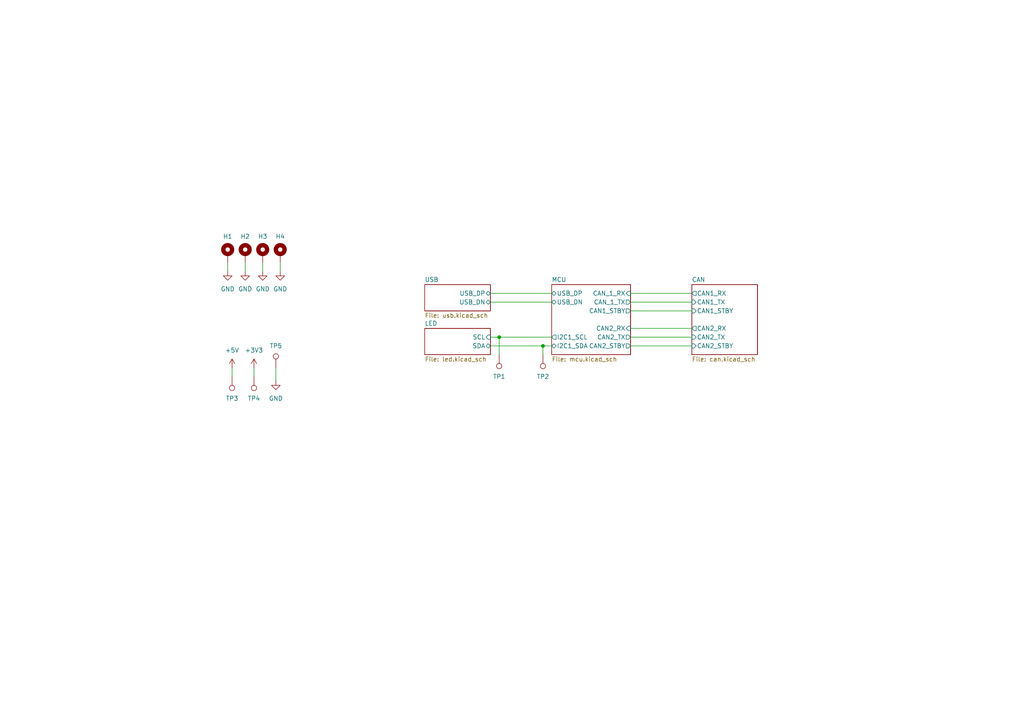
<source format=kicad_sch>
(kicad_sch (version 20231120) (generator "eeschema") (generator_version "8.0")
  (paper "A4")
  (title_block (title "CAN FD Interface") (date "2024-07-07") (rev "v1.0") (company "Spark Engineering"))
  (lib_symbols
    (symbol "Connector:TestPoint" (pin_numbers hide) (pin_names (offset 0.762) hide)
      (property "Reference" "TP" (at 0 6.858 0))
      (property "Value" "TestPoint" (at 0 5.08 0))
      (symbol "TestPoint_0_1"
        (circle (center 0 3.302) (radius 0.762))
      )
      (symbol "TestPoint_1_1"
        (pin passive line (at 0 0 90) (length 2.54) (name "1") (number "1"))
      )
    )
    (symbol "Mechanical:MountingHole_Pad" (pin_numbers hide) (pin_names (offset 1.016) hide) (exclude_from_sim yes) (in_bom no)
      (property "Reference" "H" (at 0 6.35 0))
      (property "Value" "MountingHole_Pad" (at 0 4.445 0))
      (symbol "MountingHole_Pad_0_1"
        (circle (center 0 1.27) (radius 1.27) (stroke (width 1.27)))
      )
      (symbol "MountingHole_Pad_1_1"
        (pin input line (at 0 -2.54 90) (length 2.54) (name "1") (number "1"))
      )
    )
    (symbol "power:+3V3" (power) (pin_numbers hide) (pin_names (offset 0) hide)
      (property "Value" "+3V3" (at 0 3.556 0))
      (symbol "+3V3_0_1"
        (polyline (pts (xy -0.762 1.27) (xy 0 2.54)))
        (polyline (pts (xy 0 0) (xy 0 2.54)))
        (polyline (pts (xy 0 2.54) (xy 0.762 1.27)))
      )
      (symbol "+3V3_1_1"
        (pin power_in line (at 0 0 90) (length 0) (name "~") (number "1"))
      )
    )
    (symbol "power:+5V" (power) (pin_numbers hide) (pin_names (offset 0) hide)
      (property "Value" "+5V" (at 0 3.556 0))
      (symbol "+5V_0_1"
        (polyline (pts (xy -0.762 1.27) (xy 0 2.54)))
        (polyline (pts (xy 0 0) (xy 0 2.54)))
        (polyline (pts (xy 0 2.54) (xy 0.762 1.27)))
      )
      (symbol "+5V_1_1"
        (pin power_in line (at 0 0 90) (length 0) (name "~") (number "1"))
      )
    )
    (symbol "power:GND" (power) (pin_numbers hide) (pin_names (offset 0) hide)
      (property "Value" "GND" (at 0 -3.81 0))
      (symbol "GND_0_1"
        (polyline (pts (xy 0 0) (xy 0 -1.27) (xy 1.27 -1.27) (xy 0 -2.54) (xy -1.27 -1.27) (xy 0 -1.27)))
      )
      (symbol "GND_1_1"
        (pin power_in line (at 0 0 270) (length 0) (name "~") (number "1"))
      )
    )
  )
  (junction (at 144.78 97.79))
  (junction (at 157.48 100.33))
  (wire (pts (xy 182.88 97.79) (xy 200.66 97.79)))
  (wire (pts (xy 144.78 97.79) (xy 160.02 97.79)))
  (wire (pts (xy 182.88 85.09) (xy 200.66 85.09)))
  (wire (pts (xy 142.24 85.09) (xy 160.02 85.09)))
  (wire (pts (xy 67.31 106.68) (xy 67.31 109.22)))
  (wire (pts (xy 76.2 76.2) (xy 76.2 78.74)))
  (wire (pts (xy 182.88 87.63) (xy 200.66 87.63)))
  (wire (pts (xy 142.24 87.63) (xy 160.02 87.63)))
  (wire (pts (xy 157.48 100.33) (xy 157.48 102.87)))
  (wire (pts (xy 142.24 97.79) (xy 144.78 97.79)))
  (wire (pts (xy 81.28 76.2) (xy 81.28 78.74)))
  (wire (pts (xy 182.88 95.25) (xy 200.66 95.25)))
  (wire (pts (xy 157.48 100.33) (xy 160.02 100.33)))
  (wire (pts (xy 144.78 97.79) (xy 144.78 102.87)))
  (wire (pts (xy 73.66 106.68) (xy 73.66 109.22)))
  (wire (pts (xy 182.88 90.17) (xy 200.66 90.17)))
  (wire (pts (xy 66.04 76.2) (xy 66.04 78.74)))
  (wire (pts (xy 142.24 100.33) (xy 157.48 100.33)))
  (wire (pts (xy 182.88 100.33) (xy 200.66 100.33)))
  (wire (pts (xy 71.12 76.2) (xy 71.12 78.74)))
  (wire (pts (xy 80.01 106.68) (xy 80.01 110.49)))
  (symbol (lib_id "Connector:TestPoint") (at 144.78 102.87 180) (unit 1) (in_bom no)
    (property "Reference" "TP1" (at 144.78 109.22 0))
    (property "Value" "TestPoint" (effects (hide yes)))
    (property "Footprint" "TestPoint:TestPoint_Pad_D1.0mm" (effects (hide yes)))
    (property "Description" "test point" (effects (hide yes)))
  )
  (symbol (lib_id "power:GND") (at 66.04 78.74 0) (unit 1)
    (property "Reference" "#PWR036" (effects (hide yes)))
    (property "Value" "GND" (at 66.04 83.82 0))
    (property "Description" "Power symbol creates a global label with name \"GND\" , ground" (effects (hide yes)))
  )
  (symbol (lib_id "power:GND") (at 71.12 78.74 0) (unit 1)
    (property "Reference" "#PWR037" (effects (hide yes)))
    (property "Value" "GND" (at 71.12 83.82 0))
    (property "Description" "Power symbol creates a global label with name \"GND\" , ground" (effects (hide yes)))
  )
  (symbol (lib_id "Connector:TestPoint") (at 157.48 102.87 180) (unit 1) (in_bom no)
    (property "Reference" "TP2" (at 157.48 109.22 0))
    (property "Value" "TestPoint" (effects (hide yes)))
    (property "Footprint" "TestPoint:TestPoint_Pad_D1.0mm" (effects (hide yes)))
    (property "Description" "test point" (effects (hide yes)))
  )
  (symbol (lib_id "Connector:TestPoint") (at 67.31 109.22 180) (unit 1) (in_bom no)
    (property "Reference" "TP3" (at 67.31 115.57 0))
    (property "Value" "TestPoint" (effects (hide yes)))
    (property "Footprint" "TestPoint:TestPoint_Pad_D1.0mm" (effects (hide yes)))
    (property "Description" "test point" (effects (hide yes)))
  )
  (symbol (lib_id "Connector:TestPoint") (at 73.66 109.22 180) (unit 1) (in_bom no)
    (property "Reference" "TP4" (at 73.66 115.57 0))
    (property "Value" "TestPoint" (effects (hide yes)))
    (property "Footprint" "TestPoint:TestPoint_Pad_D1.0mm" (effects (hide yes)))
    (property "Description" "test point" (effects (hide yes)))
  )
  (symbol (lib_id "Mechanical:MountingHole_Pad") (at 81.28 73.66 0) (unit 1) (exclude_from_sim yes) (in_bom no)
    (property "Reference" "H4" (at 81.28 68.58 0))
    (property "Value" "MountingHole_Pad" (effects (hide yes)))
    (property "Footprint" "Mounting_Wuerth:Mounting_Wuerth_WA-SMSI-M2_H2.5mm_9774025243" (effects (hide yes)))
    (property "Description" "Mounting Hole with connection" (effects (hide yes)))
    (property "Mfr." "Wurth Elektronik" (effects (hide yes)))
    (property "Mfr. No" "9774025243R" (effects (hide yes)))
    (property "Mouser No" "710-9774025243R" (effects (hide yes)))
  )
  (symbol (lib_id "power:+5V") (at 67.31 106.68 0) (unit 1)
    (property "Reference" "#PWR058" (effects (hide yes)))
    (property "Value" "+5V" (at 67.31 101.6 0))
    (property "Description" "Power symbol creates a global label with name \"+5V\"" (effects (hide yes)))
  )
  (symbol (lib_id "power:GND") (at 80.01 110.49 0) (unit 1)
    (property "Reference" "#PWR060" (effects (hide yes)))
    (property "Value" "GND" (at 80.01 115.57 0))
    (property "Description" "Power symbol creates a global label with name \"GND\" , ground" (effects (hide yes)))
  )
  (symbol (lib_id "Connector:TestPoint") (at 80.01 106.68 0) (unit 1) (in_bom no)
    (property "Reference" "TP5" (at 80.01 100.33 0))
    (property "Value" "TestPoint" (effects (hide yes)))
    (property "Footprint" "TestPoint:TestPoint_Pad_D1.0mm" (effects (hide yes)))
    (property "Description" "test point" (effects (hide yes)))
  )
  (symbol (lib_id "Mechanical:MountingHole_Pad") (at 76.2 73.66 0) (unit 1) (exclude_from_sim yes) (in_bom no)
    (property "Reference" "H3" (at 76.2 68.58 0))
    (property "Value" "MountingHole_Pad" (effects (hide yes)))
    (property "Footprint" "Mounting_Wuerth:Mounting_Wuerth_WA-SMSI-M2_H2.5mm_9774025243" (effects (hide yes)))
    (property "Description" "Mounting Hole with connection" (effects (hide yes)))
    (property "Mfr." "Wurth Elektronik" (effects (hide yes)))
    (property "Mfr. No" "9774025243R" (effects (hide yes)))
    (property "Mouser No" "710-9774025243R" (effects (hide yes)))
  )
  (symbol (lib_id "Mechanical:MountingHole_Pad") (at 66.04 73.66 0) (unit 1) (exclude_from_sim yes) (in_bom no)
    (property "Reference" "H1" (at 66.04 68.58 0))
    (property "Value" "MountingHole_Pad" (effects (hide yes)))
    (property "Footprint" "Mounting_Wuerth:Mounting_Wuerth_WA-SMSI-M2_H2.5mm_9774025243" (effects (hide yes)))
    (property "Description" "Mounting Hole with connection" (effects (hide yes)))
    (property "Mouser No" "710-9774025243R" (effects (hide yes)))
    (property "Mfr. No" "9774025243R" (effects (hide yes)))
    (property "Mfr." "Wurth Elektronik" (effects (hide yes)))
  )
  (symbol (lib_id "Mechanical:MountingHole_Pad") (at 71.12 73.66 0) (unit 1) (exclude_from_sim yes) (in_bom no)
    (property "Reference" "H2" (at 71.12 68.58 0))
    (property "Value" "MountingHole_Pad" (effects (hide yes)))
    (property "Footprint" "Mounting_Wuerth:Mounting_Wuerth_WA-SMSI-M2_H2.5mm_9774025243" (effects (hide yes)))
    (property "Description" "Mounting Hole with connection" (effects (hide yes)))
    (property "Mfr." "Wurth Elektronik" (effects (hide yes)))
    (property "Mfr. No" "9774025243R" (effects (hide yes)))
    (property "Mouser No" "710-9774025243R" (effects (hide yes)))
  )
  (symbol (lib_id "power:+3V3") (at 73.66 106.68 0) (unit 1)
    (property "Reference" "#PWR059" (effects (hide yes)))
    (property "Value" "+3V3" (at 73.66 101.6 0))
    (property "Description" "Power symbol creates a global label with name \"+3V3\"" (effects (hide yes)))
  )
  (symbol (lib_id "power:GND") (at 81.28 78.74 0) (unit 1)
    (property "Reference" "#PWR039" (effects (hide yes)))
    (property "Value" "GND" (at 81.28 83.82 0))
    (property "Description" "Power symbol creates a global label with name \"GND\" , ground" (effects (hide yes)))
  )
  (symbol (lib_id "power:GND") (at 76.2 78.74 0) (unit 1)
    (property "Reference" "#PWR038" (effects (hide yes)))
    (property "Value" "GND" (at 76.2 83.82 0))
    (property "Description" "Power symbol creates a global label with name \"GND\" , ground" (effects (hide yes)))
  )
  (sheet (at 123.19 82.55) (size 19.05 7.62) (stroke (width 0.1524))
    (property "Sheetname" "USB" (at 123.19 81.8384 0) (effects (justify left bottom)))
    (property "Sheetfile" "usb.kicad_sch" (at 123.19 90.7546 0) (effects (justify left top)))
    (pin "USB_DP" bidirectional (at 142.24 85.09 0))
    (pin "USB_DN" bidirectional (at 142.24 87.63 0))
  )
  (sheet (at 200.66 82.55) (size 19.05 20.32) (stroke (width 0.1524))
    (property "Sheetname" "CAN" (at 200.66 81.8384 0) (effects (justify left bottom)))
    (property "Sheetfile" "can.kicad_sch" (at 200.66 103.4546 0) (effects (justify left top)))
    (pin "CAN1_TX" input (at 200.66 87.63 180))
    (pin "CAN1_STBY" input (at 200.66 90.17 180))
    (pin "CAN1_RX" output (at 200.66 85.09 180))
    (pin "CAN2_TX" input (at 200.66 97.79 180))
    (pin "CAN2_RX" output (at 200.66 95.25 180))
    (pin "CAN2_STBY" input (at 200.66 100.33 180))
  )
  (sheet (at 160.02 82.55) (size 22.86 20.32) (stroke (width 0.1524))
    (property "Sheetname" "MCU" (at 160.02 81.8384 0) (effects (justify left bottom)))
    (property "Sheetfile" "mcu.kicad_sch" (at 160.02 103.4546 0) (effects (justify left top)))
    (pin "CAN2_RX" input (at 182.88 95.25 0))
    (pin "CAN2_TX" output (at 182.88 97.79 0))
    (pin "CAN_1_TX" output (at 182.88 87.63 0))
    (pin "CAN_1_RX" input (at 182.88 85.09 0))
    (pin "USB_DN" bidirectional (at 160.02 87.63 180))
    (pin "USB_DP" bidirectional (at 160.02 85.09 180))
    (pin "CAN1_STBY" output (at 182.88 90.17 0))
    (pin "CAN2_STBY" output (at 182.88 100.33 0))
    (pin "I2C1_SCL" output (at 160.02 97.79 180))
    (pin "I2C1_SDA" bidirectional (at 160.02 100.33 180))
  )
  (sheet (at 123.19 95.25) (size 19.05 7.62) (stroke (width 0.1524))
    (property "Sheetname" "LED" (at 123.19 94.5384 0) (effects (justify left bottom)))
    (property "Sheetfile" "led.kicad_sch" (at 123.19 103.4546 0) (effects (justify left top)))
    (pin "SCL" input (at 142.24 97.79 0))
    (pin "SDA" bidirectional (at 142.24 100.33 0))
  )
)
</source>
